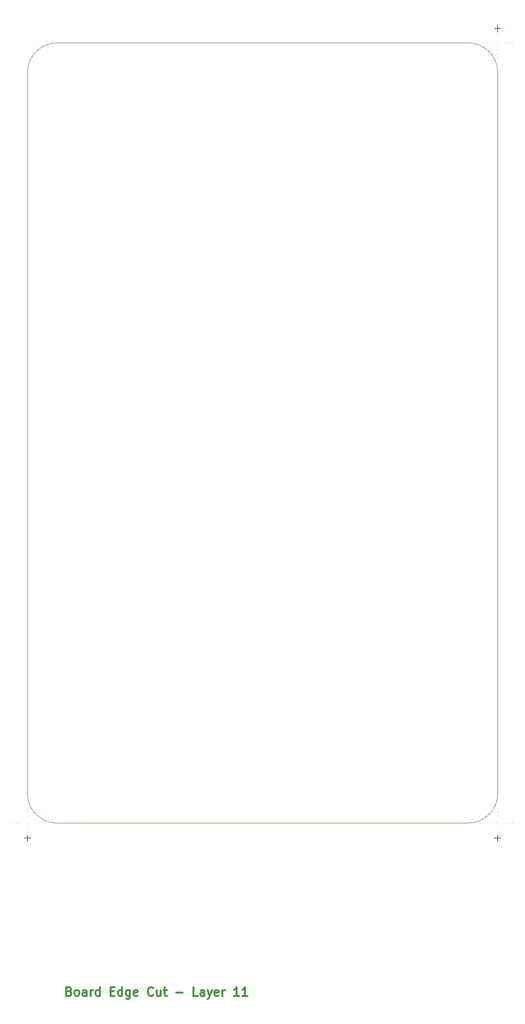
<source format=gbr>
G04 (created by PCBNEW (2013-07-07 BZR 4022)-stable) date 2/21/2016 2:52:37 PM*
%MOIN*%
G04 Gerber Fmt 3.4, Leading zero omitted, Abs format*
%FSLAX34Y34*%
G01*
G70*
G90*
G04 APERTURE LIST*
%ADD10C,0.00590551*%
%ADD11C,0.0039*%
%ADD12C,0.005*%
%ADD13C,0.0118*%
G04 APERTURE END LIST*
G54D10*
G54D11*
X10000Y-64250D02*
G75*
G03X10000Y-64250I0J0D01*
G74*
G01*
X9999Y-64250D02*
X10000Y-64250D01*
X10000Y-64249D02*
X10000Y-64250D01*
X42000Y-64250D02*
G75*
G03X42000Y-64250I0J0D01*
G74*
G01*
X41999Y-64250D02*
X42000Y-64250D01*
X42000Y-64249D02*
X42000Y-64250D01*
X42000Y-9000D02*
G75*
G03X42000Y-9000I0J0D01*
G74*
G01*
X41999Y-9000D02*
X42000Y-9000D01*
X42000Y-8999D02*
X42000Y-9000D01*
X42000Y-8750D02*
G75*
G03X42000Y-8750I0J0D01*
G74*
G01*
X41999Y-8750D02*
X42000Y-8750D01*
X42000Y-8749D02*
X42000Y-8750D01*
G54D12*
X41809Y-9011D02*
X42190Y-9011D01*
X42000Y-9202D02*
X42000Y-8821D01*
G54D11*
X42000Y-8750D02*
G75*
G03X42000Y-8750I0J0D01*
G74*
G01*
X41999Y-8750D02*
X42000Y-8750D01*
X42000Y-8749D02*
X42000Y-8750D01*
X42000Y-9000D02*
G75*
G03X42000Y-9000I0J0D01*
G74*
G01*
X41999Y-9000D02*
X42000Y-9000D01*
X42000Y-8999D02*
X42000Y-9000D01*
X10000Y-64000D02*
G75*
G03X10000Y-64000I0J0D01*
G74*
G01*
X9999Y-64000D02*
X10000Y-64000D01*
X10000Y-63999D02*
X10000Y-64000D01*
X10000Y-63750D02*
G75*
G03X10000Y-63750I0J0D01*
G74*
G01*
X9999Y-63750D02*
X10000Y-63750D01*
X10000Y-63749D02*
X10000Y-63750D01*
G54D12*
X9809Y-64011D02*
X10190Y-64011D01*
X10000Y-64202D02*
X10000Y-63821D01*
X41809Y-64011D02*
X42190Y-64011D01*
X42000Y-64202D02*
X42000Y-63821D01*
G54D11*
X42000Y-63000D02*
G75*
G03X42000Y-63000I0J0D01*
G74*
G01*
X41999Y-63000D02*
X42000Y-63000D01*
X42000Y-62999D02*
X42000Y-63000D01*
X42000Y-9250D02*
G75*
G03X42000Y-9250I0J0D01*
G74*
G01*
X41999Y-9250D02*
X42000Y-9250D01*
X42000Y-9249D02*
X42000Y-9250D01*
X42000Y-11000D02*
G75*
G03X42000Y-11000I0J0D01*
G74*
G01*
X41999Y-11000D02*
X42000Y-11000D01*
X42000Y-10999D02*
X42000Y-11000D01*
X42000Y-10750D02*
G75*
G03X42000Y-10750I0J0D01*
G74*
G01*
X41999Y-10750D02*
X42000Y-10750D01*
X42000Y-10749D02*
X42000Y-10750D01*
X42000Y-10500D02*
G75*
G03X42000Y-10500I0J0D01*
G74*
G01*
X41999Y-10500D02*
X42000Y-10500D01*
X42000Y-10499D02*
X42000Y-10500D01*
X41000Y-10000D02*
G75*
G03X41000Y-10000I0J0D01*
G74*
G01*
X40999Y-10000D02*
X41000Y-10000D01*
X41000Y-9999D02*
X41000Y-10000D01*
X41250Y-10000D02*
G75*
G03X41250Y-10000I0J0D01*
G74*
G01*
X41249Y-10000D02*
X41250Y-10000D01*
X41250Y-9999D02*
X41250Y-10000D01*
X41500Y-10000D02*
G75*
G03X41500Y-10000I0J0D01*
G74*
G01*
X41499Y-10000D02*
X41500Y-10000D01*
X41500Y-9999D02*
X41500Y-10000D01*
X43000Y-10000D02*
G75*
G03X43000Y-10000I0J0D01*
G74*
G01*
X42999Y-10000D02*
X43000Y-10000D01*
X43000Y-9999D02*
X43000Y-10000D01*
X42750Y-10000D02*
G75*
G03X42750Y-10000I0J0D01*
G74*
G01*
X42749Y-10000D02*
X42750Y-10000D01*
X42750Y-9999D02*
X42750Y-10000D01*
X42500Y-10000D02*
G75*
G03X42500Y-10000I0J0D01*
G74*
G01*
X42499Y-10000D02*
X42500Y-10000D01*
X42500Y-9999D02*
X42500Y-10000D01*
X42000Y-10000D02*
G75*
G03X42000Y-10000I0J0D01*
G74*
G01*
X41999Y-10000D02*
X42000Y-10000D01*
X42000Y-9999D02*
X42000Y-10000D01*
X42000Y-9500D02*
G75*
G03X42000Y-9500I0J0D01*
G74*
G01*
X41999Y-9500D02*
X42000Y-9500D01*
X42000Y-9499D02*
X42000Y-9500D01*
X42000Y-63750D02*
G75*
G03X42000Y-63750I0J0D01*
G74*
G01*
X41999Y-63750D02*
X42000Y-63750D01*
X42000Y-63749D02*
X42000Y-63750D01*
X42000Y-63500D02*
G75*
G03X42000Y-63500I0J0D01*
G74*
G01*
X41999Y-63500D02*
X42000Y-63500D01*
X42000Y-63499D02*
X42000Y-63500D01*
X43000Y-63000D02*
G75*
G03X43000Y-63000I0J0D01*
G74*
G01*
X42999Y-63000D02*
X43000Y-63000D01*
X43000Y-62999D02*
X43000Y-63000D01*
X42750Y-63000D02*
G75*
G03X42750Y-63000I0J0D01*
G74*
G01*
X42749Y-63000D02*
X42750Y-63000D01*
X42750Y-62999D02*
X42750Y-63000D01*
X42500Y-63000D02*
G75*
G03X42500Y-63000I0J0D01*
G74*
G01*
X42499Y-63000D02*
X42500Y-63000D01*
X42500Y-62999D02*
X42500Y-63000D01*
X41000Y-63000D02*
G75*
G03X41000Y-63000I0J0D01*
G74*
G01*
X40999Y-63000D02*
X41000Y-63000D01*
X41000Y-62999D02*
X41000Y-63000D01*
X41250Y-63000D02*
G75*
G03X41250Y-63000I0J0D01*
G74*
G01*
X41249Y-63000D02*
X41250Y-63000D01*
X41250Y-62999D02*
X41250Y-63000D01*
X41500Y-63000D02*
G75*
G03X41500Y-63000I0J0D01*
G74*
G01*
X41499Y-63000D02*
X41500Y-63000D01*
X41500Y-62999D02*
X41500Y-63000D01*
X42000Y-62000D02*
G75*
G03X42000Y-62000I0J0D01*
G74*
G01*
X41999Y-62000D02*
X42000Y-62000D01*
X42000Y-61999D02*
X42000Y-62000D01*
X42000Y-62250D02*
G75*
G03X42000Y-62250I0J0D01*
G74*
G01*
X41999Y-62250D02*
X42000Y-62250D01*
X42000Y-62249D02*
X42000Y-62250D01*
X42000Y-62500D02*
G75*
G03X42000Y-62500I0J0D01*
G74*
G01*
X41999Y-62500D02*
X42000Y-62500D01*
X42000Y-62499D02*
X42000Y-62500D01*
X42000Y-63000D02*
G75*
G03X42000Y-63000I0J0D01*
G74*
G01*
X41999Y-63000D02*
X42000Y-63000D01*
X42000Y-62999D02*
X42000Y-63000D01*
X10000Y-63750D02*
G75*
G03X10000Y-63750I0J0D01*
G74*
G01*
X9999Y-63750D02*
X10000Y-63750D01*
X10000Y-63749D02*
X10000Y-63750D01*
X10000Y-63500D02*
G75*
G03X10000Y-63500I0J0D01*
G74*
G01*
X9999Y-63500D02*
X10000Y-63500D01*
X10000Y-63499D02*
X10000Y-63500D01*
X10000Y-62000D02*
G75*
G03X10000Y-62000I0J0D01*
G74*
G01*
X9999Y-62000D02*
X10000Y-62000D01*
X10000Y-61999D02*
X10000Y-62000D01*
X10000Y-62250D02*
G75*
G03X10000Y-62250I0J0D01*
G74*
G01*
X9999Y-62250D02*
X10000Y-62250D01*
X10000Y-62249D02*
X10000Y-62250D01*
X10000Y-62500D02*
G75*
G03X10000Y-62500I0J0D01*
G74*
G01*
X9999Y-62500D02*
X10000Y-62500D01*
X10000Y-62499D02*
X10000Y-62500D01*
X9000Y-63000D02*
G75*
G03X9000Y-63000I0J0D01*
G74*
G01*
X8999Y-63000D02*
X9000Y-63000D01*
X9000Y-62999D02*
X9000Y-63000D01*
X9250Y-63000D02*
G75*
G03X9250Y-63000I0J0D01*
G74*
G01*
X9249Y-63000D02*
X9250Y-63000D01*
X9250Y-62999D02*
X9250Y-63000D01*
X9500Y-63000D02*
G75*
G03X9500Y-63000I0J0D01*
G74*
G01*
X9499Y-63000D02*
X9500Y-63000D01*
X9500Y-62999D02*
X9500Y-63000D01*
X11000Y-63000D02*
G75*
G03X11000Y-63000I0J0D01*
G74*
G01*
X10999Y-63000D02*
X11000Y-63000D01*
X11000Y-62999D02*
X11000Y-63000D01*
X10750Y-63000D02*
G75*
G03X10750Y-63000I0J0D01*
G74*
G01*
X10749Y-63000D02*
X10750Y-63000D01*
X10750Y-62999D02*
X10750Y-63000D01*
X10500Y-63000D02*
G75*
G03X10500Y-63000I0J0D01*
G74*
G01*
X10499Y-63000D02*
X10500Y-63000D01*
X10500Y-62999D02*
X10500Y-63000D01*
X10000Y-63000D02*
G75*
G03X10000Y-63000I0J0D01*
G74*
G01*
X9999Y-63000D02*
X10000Y-63000D01*
X10000Y-62999D02*
X10000Y-63000D01*
G54D13*
X12837Y-74429D02*
X12922Y-74457D01*
X12950Y-74485D01*
X12978Y-74542D01*
X12978Y-74626D01*
X12950Y-74682D01*
X12922Y-74711D01*
X12865Y-74739D01*
X12640Y-74739D01*
X12640Y-74148D01*
X12837Y-74148D01*
X12894Y-74176D01*
X12922Y-74204D01*
X12950Y-74260D01*
X12950Y-74317D01*
X12922Y-74373D01*
X12894Y-74401D01*
X12837Y-74429D01*
X12640Y-74429D01*
X13316Y-74739D02*
X13259Y-74711D01*
X13231Y-74682D01*
X13203Y-74626D01*
X13203Y-74457D01*
X13231Y-74401D01*
X13259Y-74373D01*
X13316Y-74345D01*
X13400Y-74345D01*
X13456Y-74373D01*
X13485Y-74401D01*
X13513Y-74457D01*
X13513Y-74626D01*
X13485Y-74682D01*
X13456Y-74711D01*
X13400Y-74739D01*
X13316Y-74739D01*
X14019Y-74739D02*
X14019Y-74429D01*
X13991Y-74373D01*
X13935Y-74345D01*
X13822Y-74345D01*
X13766Y-74373D01*
X14019Y-74711D02*
X13963Y-74739D01*
X13822Y-74739D01*
X13766Y-74711D01*
X13738Y-74654D01*
X13738Y-74598D01*
X13766Y-74542D01*
X13822Y-74514D01*
X13963Y-74514D01*
X14019Y-74485D01*
X14301Y-74739D02*
X14301Y-74345D01*
X14301Y-74457D02*
X14329Y-74401D01*
X14357Y-74373D01*
X14413Y-74345D01*
X14469Y-74345D01*
X14920Y-74739D02*
X14920Y-74148D01*
X14920Y-74711D02*
X14863Y-74739D01*
X14751Y-74739D01*
X14695Y-74711D01*
X14666Y-74682D01*
X14638Y-74626D01*
X14638Y-74457D01*
X14666Y-74401D01*
X14695Y-74373D01*
X14751Y-74345D01*
X14863Y-74345D01*
X14920Y-74373D01*
X15651Y-74429D02*
X15848Y-74429D01*
X15933Y-74739D02*
X15651Y-74739D01*
X15651Y-74148D01*
X15933Y-74148D01*
X16439Y-74739D02*
X16439Y-74148D01*
X16439Y-74711D02*
X16383Y-74739D01*
X16271Y-74739D01*
X16214Y-74711D01*
X16186Y-74682D01*
X16158Y-74626D01*
X16158Y-74457D01*
X16186Y-74401D01*
X16214Y-74373D01*
X16271Y-74345D01*
X16383Y-74345D01*
X16439Y-74373D01*
X16974Y-74345D02*
X16974Y-74823D01*
X16946Y-74879D01*
X16918Y-74908D01*
X16862Y-74936D01*
X16777Y-74936D01*
X16721Y-74908D01*
X16974Y-74711D02*
X16918Y-74739D01*
X16805Y-74739D01*
X16749Y-74711D01*
X16721Y-74682D01*
X16693Y-74626D01*
X16693Y-74457D01*
X16721Y-74401D01*
X16749Y-74373D01*
X16805Y-74345D01*
X16918Y-74345D01*
X16974Y-74373D01*
X17481Y-74711D02*
X17424Y-74739D01*
X17312Y-74739D01*
X17256Y-74711D01*
X17227Y-74654D01*
X17227Y-74429D01*
X17256Y-74373D01*
X17312Y-74345D01*
X17424Y-74345D01*
X17481Y-74373D01*
X17509Y-74429D01*
X17509Y-74485D01*
X17227Y-74542D01*
X18550Y-74682D02*
X18522Y-74711D01*
X18438Y-74739D01*
X18381Y-74739D01*
X18297Y-74711D01*
X18241Y-74654D01*
X18212Y-74598D01*
X18184Y-74485D01*
X18184Y-74401D01*
X18212Y-74288D01*
X18241Y-74232D01*
X18297Y-74176D01*
X18381Y-74148D01*
X18438Y-74148D01*
X18522Y-74176D01*
X18550Y-74204D01*
X19057Y-74345D02*
X19057Y-74739D01*
X18803Y-74345D02*
X18803Y-74654D01*
X18832Y-74711D01*
X18888Y-74739D01*
X18972Y-74739D01*
X19029Y-74711D01*
X19057Y-74682D01*
X19254Y-74345D02*
X19479Y-74345D01*
X19338Y-74148D02*
X19338Y-74654D01*
X19366Y-74711D01*
X19423Y-74739D01*
X19479Y-74739D01*
X20126Y-74514D02*
X20576Y-74514D01*
X21590Y-74739D02*
X21308Y-74739D01*
X21308Y-74148D01*
X22040Y-74739D02*
X22040Y-74429D01*
X22012Y-74373D01*
X21955Y-74345D01*
X21843Y-74345D01*
X21787Y-74373D01*
X22040Y-74711D02*
X21984Y-74739D01*
X21843Y-74739D01*
X21787Y-74711D01*
X21758Y-74654D01*
X21758Y-74598D01*
X21787Y-74542D01*
X21843Y-74514D01*
X21984Y-74514D01*
X22040Y-74485D01*
X22265Y-74345D02*
X22406Y-74739D01*
X22546Y-74345D02*
X22406Y-74739D01*
X22349Y-74879D01*
X22321Y-74908D01*
X22265Y-74936D01*
X22997Y-74711D02*
X22940Y-74739D01*
X22828Y-74739D01*
X22772Y-74711D01*
X22743Y-74654D01*
X22743Y-74429D01*
X22772Y-74373D01*
X22828Y-74345D01*
X22940Y-74345D01*
X22997Y-74373D01*
X23025Y-74429D01*
X23025Y-74485D01*
X22743Y-74542D01*
X23278Y-74739D02*
X23278Y-74345D01*
X23278Y-74457D02*
X23306Y-74401D01*
X23334Y-74373D01*
X23391Y-74345D01*
X23447Y-74345D01*
X24404Y-74739D02*
X24066Y-74739D01*
X24235Y-74739D02*
X24235Y-74148D01*
X24179Y-74232D01*
X24122Y-74288D01*
X24066Y-74317D01*
X24967Y-74739D02*
X24629Y-74739D01*
X24798Y-74739D02*
X24798Y-74148D01*
X24742Y-74232D01*
X24685Y-74288D01*
X24629Y-74317D01*
G54D11*
X42000Y-9000D02*
G75*
G03X42000Y-9000I0J0D01*
G74*
G01*
X41999Y-9000D02*
X42000Y-9000D01*
X42000Y-8999D02*
X42000Y-9000D01*
X10000Y-64000D02*
G75*
G03X10000Y-64000I0J0D01*
G74*
G01*
X9999Y-64000D02*
X10000Y-64000D01*
X10000Y-63999D02*
X10000Y-64000D01*
X42000Y-64000D02*
G75*
G03X42000Y-64000I0J0D01*
G74*
G01*
X41999Y-64000D02*
X42000Y-64000D01*
X42000Y-63999D02*
X42000Y-64000D01*
X40000Y-10000D02*
X12000Y-10000D01*
X42000Y-61000D02*
X42000Y-12000D01*
X12000Y-63000D02*
X40000Y-63000D01*
X10000Y-12000D02*
X10000Y-61000D01*
X10000Y-61000D02*
G75*
G03X12000Y-63000I2000J0D01*
G74*
G01*
X12000Y-10000D02*
G75*
G03X10000Y-12000I0J-2000D01*
G74*
G01*
X42000Y-12000D02*
G75*
G03X40000Y-10000I-2000J0D01*
G74*
G01*
X40000Y-63000D02*
G75*
G03X42000Y-61000I0J2000D01*
G74*
G01*
M02*

</source>
